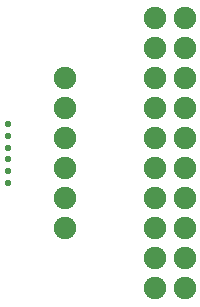
<source format=gbs>
%FSLAX46Y46*%
%MOMM*%
%AMPS11*
1,1,1.900000,0.000000,0.000000*
%
%ADD11PS11*%
%AMPS10*
1,1,1.900000,0.000000,0.000000*
%
%ADD10PS10*%
%AMPS12*
1,1,0.550000,0.000000,0.000000*
%
%ADD12PS12*%
G01*
G01*
%LPD*%
G75*
D10*
X12700000Y11430000D03*
D10*
X12700000Y3810000D03*
D10*
X10160000Y3810000D03*
D10*
X10160000Y6350000D03*
D10*
X12700000Y-3810000D03*
D10*
X12700000Y-8890000D03*
D10*
X12700000Y6350000D03*
D10*
X12700000Y-1270000D03*
D10*
X10160000Y-8890000D03*
D10*
X10160000Y-1270000D03*
D10*
X10160000Y11430000D03*
D10*
X12700000Y1270000D03*
D10*
X10160000Y1270000D03*
D10*
X12700000Y-6350000D03*
D10*
X10160000Y-11430000D03*
D10*
X12700000Y8890000D03*
D10*
X10160000Y-6350000D03*
D10*
X12700000Y-11430000D03*
D10*
X10160000Y8890000D03*
D10*
X10160000Y-3810000D03*
D11*
X2540000Y-1270000D03*
D11*
X2540000Y6350000D03*
D11*
X2540000Y3810000D03*
D11*
X2540000Y-3810000D03*
D11*
X2540000Y1270000D03*
D11*
X2540000Y-6350000D03*
D12*
X-2250000Y-2500000D03*
D12*
X-2250000Y500000D03*
D12*
X-2250000Y2500000D03*
D12*
X-2250000Y1500000D03*
D12*
X-2250000Y-1500000D03*
D12*
X-2250000Y-500000D03*
M02*

</source>
